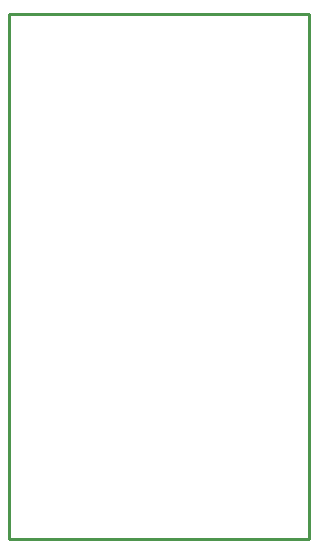
<source format=gbr>
%TF.GenerationSoftware,KiCad,Pcbnew,7.0.9-7.0.9~ubuntu22.04.1*%
%TF.CreationDate,2025-06-23T15:00:47+03:00*%
%TF.ProjectId,ESP32-C6-DevKit-Lipo_Rev_A,45535033-322d-4433-962d-4465764b6974,A*%
%TF.SameCoordinates,PX791ddc0PY791ddc0*%
%TF.FileFunction,Profile,NP*%
%FSLAX46Y46*%
G04 Gerber Fmt 4.6, Leading zero omitted, Abs format (unit mm)*
G04 Created by KiCad (PCBNEW 7.0.9-7.0.9~ubuntu22.04.1) date 2025-06-23 15:00:47*
%MOMM*%
%LPD*%
G01*
G04 APERTURE LIST*
%TA.AperFunction,Profile*%
%ADD10C,0.254000*%
%TD*%
G04 APERTURE END LIST*
D10*
X25400000Y44450000D02*
X0Y44450000D01*
X0Y0D02*
X25400000Y0D01*
X25400000Y0D02*
X25400000Y44450000D01*
X0Y44450000D02*
X0Y0D01*
M02*

</source>
